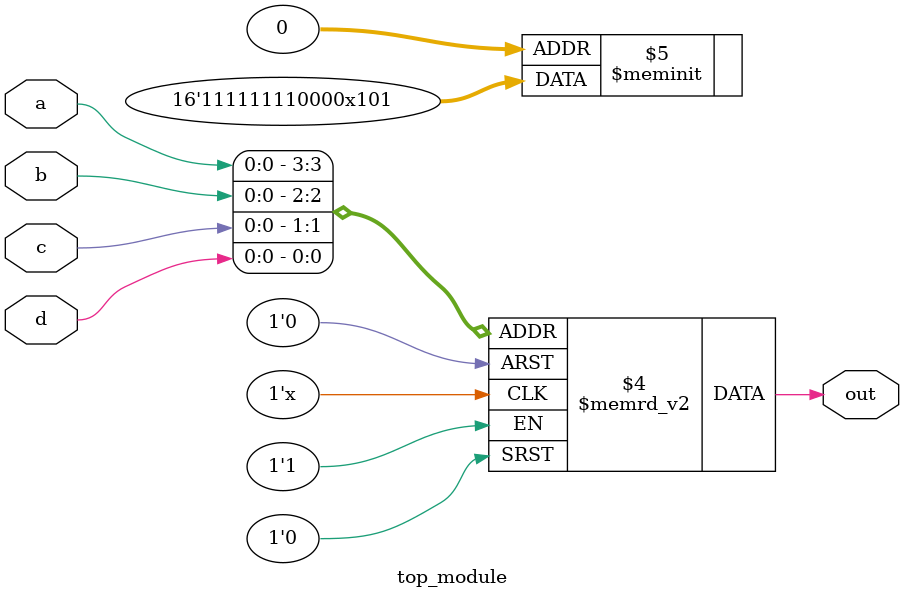
<source format=sv>
module top_module (
    input a, 
    input b,
    input c,
    input d,
    output reg out
);

always @(*)
begin
    case({a,b,c,d})
        4'b0000: out = 1'b1;
        4'b0001: out = 1'b0;
        4'b0010: out = 1'b1;
        4'b0011: out = 1'bx; // You can choose 'x' as the output for don't-care conditions
        4'b0100: out = 1'b0;
        4'b0101: out = 1'b0;
        4'b0110: out = 1'b0;
        4'b0111: out = 1'b0;
        4'b1000: out = 1'b1;
        4'b1001: out = 1'b1;
        4'b1010: out = 1'b1;
        4'b1011: out = 1'b1;
        4'b1100: out = 1'b1;
        4'b1101: out = 1'b1;
        4'b1110: out = 1'b1;
        default: out = 1'b1;
    endcase
end

endmodule

</source>
